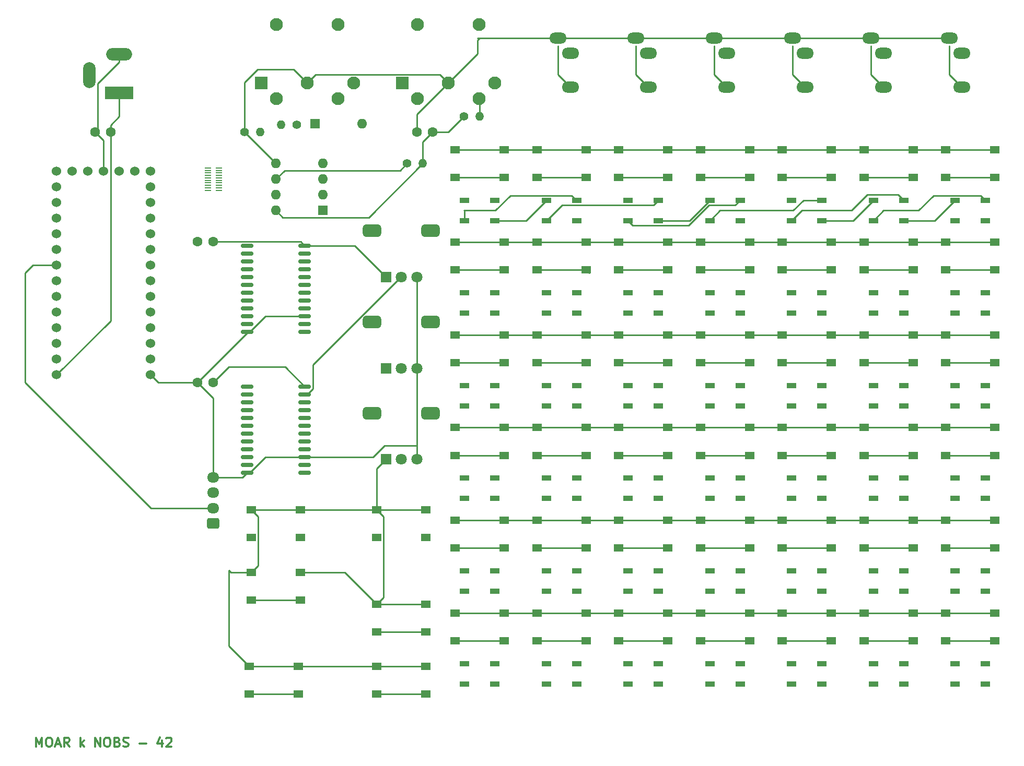
<source format=gbr>
%TF.GenerationSoftware,KiCad,Pcbnew,(6.0.11-0)*%
%TF.CreationDate,2025-03-26T21:45:13-05:00*%
%TF.ProjectId,btnBRD,62746e42-5244-42e6-9b69-6361645f7063,rev?*%
%TF.SameCoordinates,Original*%
%TF.FileFunction,Copper,L1,Top*%
%TF.FilePolarity,Positive*%
%FSLAX46Y46*%
G04 Gerber Fmt 4.6, Leading zero omitted, Abs format (unit mm)*
G04 Created by KiCad (PCBNEW (6.0.11-0)) date 2025-03-26 21:45:13*
%MOMM*%
%LPD*%
G01*
G04 APERTURE LIST*
G04 Aperture macros list*
%AMRoundRect*
0 Rectangle with rounded corners*
0 $1 Rounding radius*
0 $2 $3 $4 $5 $6 $7 $8 $9 X,Y pos of 4 corners*
0 Add a 4 corners polygon primitive as box body*
4,1,4,$2,$3,$4,$5,$6,$7,$8,$9,$2,$3,0*
0 Add four circle primitives for the rounded corners*
1,1,$1+$1,$2,$3*
1,1,$1+$1,$4,$5*
1,1,$1+$1,$6,$7*
1,1,$1+$1,$8,$9*
0 Add four rect primitives between the rounded corners*
20,1,$1+$1,$2,$3,$4,$5,0*
20,1,$1+$1,$4,$5,$6,$7,0*
20,1,$1+$1,$6,$7,$8,$9,0*
20,1,$1+$1,$8,$9,$2,$3,0*%
G04 Aperture macros list end*
%ADD10C,0.300000*%
%TA.AperFunction,NonConductor*%
%ADD11C,0.300000*%
%TD*%
%TA.AperFunction,ComponentPad*%
%ADD12R,4.600000X2.000000*%
%TD*%
%TA.AperFunction,ComponentPad*%
%ADD13O,4.200000X2.000000*%
%TD*%
%TA.AperFunction,ComponentPad*%
%ADD14O,2.000000X4.200000*%
%TD*%
%TA.AperFunction,SMDPad,CuDef*%
%ADD15R,1.550000X1.300000*%
%TD*%
%TA.AperFunction,SMDPad,CuDef*%
%ADD16R,1.500000X0.900000*%
%TD*%
%TA.AperFunction,ComponentPad*%
%ADD17O,2.800000X1.800000*%
%TD*%
%TA.AperFunction,ComponentPad*%
%ADD18C,1.600000*%
%TD*%
%TA.AperFunction,ComponentPad*%
%ADD19C,1.530000*%
%TD*%
%TA.AperFunction,ComponentPad*%
%ADD20RoundRect,0.500000X1.000000X-0.500000X1.000000X0.500000X-1.000000X0.500000X-1.000000X-0.500000X0*%
%TD*%
%TA.AperFunction,ComponentPad*%
%ADD21C,1.800000*%
%TD*%
%TA.AperFunction,ComponentPad*%
%ADD22R,1.800000X1.800000*%
%TD*%
%TA.AperFunction,SMDPad,CuDef*%
%ADD23RoundRect,0.150000X-0.875000X-0.150000X0.875000X-0.150000X0.875000X0.150000X-0.875000X0.150000X0*%
%TD*%
%TA.AperFunction,ComponentPad*%
%ADD24O,1.400000X1.400000*%
%TD*%
%TA.AperFunction,ComponentPad*%
%ADD25C,1.400000*%
%TD*%
%TA.AperFunction,ComponentPad*%
%ADD26O,1.600000X1.600000*%
%TD*%
%TA.AperFunction,ComponentPad*%
%ADD27R,1.600000X1.600000*%
%TD*%
%TA.AperFunction,SMDPad,CuDef*%
%ADD28R,1.000000X0.200000*%
%TD*%
%TA.AperFunction,SMDPad,CuDef*%
%ADD29R,1.100000X0.200000*%
%TD*%
%TA.AperFunction,ComponentPad*%
%ADD30C,2.100000*%
%TD*%
%TA.AperFunction,ComponentPad*%
%ADD31R,2.100000X2.100000*%
%TD*%
%TA.AperFunction,ComponentPad*%
%ADD32O,1.950000X1.700000*%
%TD*%
%TA.AperFunction,ComponentPad*%
%ADD33RoundRect,0.250000X0.725000X-0.600000X0.725000X0.600000X-0.725000X0.600000X-0.725000X-0.600000X0*%
%TD*%
%TA.AperFunction,Conductor*%
%ADD34C,0.250000*%
%TD*%
G04 APERTURE END LIST*
D10*
D11*
X22055714Y-137838571D02*
X22055714Y-136338571D01*
X22555714Y-137410000D01*
X23055714Y-136338571D01*
X23055714Y-137838571D01*
X24055714Y-136338571D02*
X24341428Y-136338571D01*
X24484285Y-136410000D01*
X24627142Y-136552857D01*
X24698571Y-136838571D01*
X24698571Y-137338571D01*
X24627142Y-137624285D01*
X24484285Y-137767142D01*
X24341428Y-137838571D01*
X24055714Y-137838571D01*
X23912857Y-137767142D01*
X23770000Y-137624285D01*
X23698571Y-137338571D01*
X23698571Y-136838571D01*
X23770000Y-136552857D01*
X23912857Y-136410000D01*
X24055714Y-136338571D01*
X25270000Y-137410000D02*
X25984285Y-137410000D01*
X25127142Y-137838571D02*
X25627142Y-136338571D01*
X26127142Y-137838571D01*
X27484285Y-137838571D02*
X26984285Y-137124285D01*
X26627142Y-137838571D02*
X26627142Y-136338571D01*
X27198571Y-136338571D01*
X27341428Y-136410000D01*
X27412857Y-136481428D01*
X27484285Y-136624285D01*
X27484285Y-136838571D01*
X27412857Y-136981428D01*
X27341428Y-137052857D01*
X27198571Y-137124285D01*
X26627142Y-137124285D01*
X29270000Y-137838571D02*
X29270000Y-136338571D01*
X29412857Y-137267142D02*
X29841428Y-137838571D01*
X29841428Y-136838571D02*
X29270000Y-137410000D01*
X31627142Y-137838571D02*
X31627142Y-136338571D01*
X32484285Y-137838571D01*
X32484285Y-136338571D01*
X33484285Y-136338571D02*
X33770000Y-136338571D01*
X33912857Y-136410000D01*
X34055714Y-136552857D01*
X34127142Y-136838571D01*
X34127142Y-137338571D01*
X34055714Y-137624285D01*
X33912857Y-137767142D01*
X33770000Y-137838571D01*
X33484285Y-137838571D01*
X33341428Y-137767142D01*
X33198571Y-137624285D01*
X33127142Y-137338571D01*
X33127142Y-136838571D01*
X33198571Y-136552857D01*
X33341428Y-136410000D01*
X33484285Y-136338571D01*
X35270000Y-137052857D02*
X35484285Y-137124285D01*
X35555714Y-137195714D01*
X35627142Y-137338571D01*
X35627142Y-137552857D01*
X35555714Y-137695714D01*
X35484285Y-137767142D01*
X35341428Y-137838571D01*
X34770000Y-137838571D01*
X34770000Y-136338571D01*
X35270000Y-136338571D01*
X35412857Y-136410000D01*
X35484285Y-136481428D01*
X35555714Y-136624285D01*
X35555714Y-136767142D01*
X35484285Y-136910000D01*
X35412857Y-136981428D01*
X35270000Y-137052857D01*
X34770000Y-137052857D01*
X36198571Y-137767142D02*
X36412857Y-137838571D01*
X36770000Y-137838571D01*
X36912857Y-137767142D01*
X36984285Y-137695714D01*
X37055714Y-137552857D01*
X37055714Y-137410000D01*
X36984285Y-137267142D01*
X36912857Y-137195714D01*
X36770000Y-137124285D01*
X36484285Y-137052857D01*
X36341428Y-136981428D01*
X36270000Y-136910000D01*
X36198571Y-136767142D01*
X36198571Y-136624285D01*
X36270000Y-136481428D01*
X36341428Y-136410000D01*
X36484285Y-136338571D01*
X36841428Y-136338571D01*
X37055714Y-136410000D01*
X38841428Y-137267142D02*
X39984285Y-137267142D01*
X42484285Y-136838571D02*
X42484285Y-137838571D01*
X42127142Y-136267142D02*
X41770000Y-137338571D01*
X42698571Y-137338571D01*
X43198571Y-136481428D02*
X43270000Y-136410000D01*
X43412857Y-136338571D01*
X43770000Y-136338571D01*
X43912857Y-136410000D01*
X43984285Y-136481428D01*
X44055714Y-136624285D01*
X44055714Y-136767142D01*
X43984285Y-136981428D01*
X43127142Y-137838571D01*
X44055714Y-137838571D01*
D12*
%TO.P,J1,1*%
%TO.N,5VDC*%
X35560000Y-31750000D03*
D13*
%TO.P,J1,2*%
%TO.N,GND*%
X35560000Y-25450000D03*
D14*
%TO.P,J1,3*%
%TO.N,N/C*%
X30760000Y-28850000D03*
%TD*%
D15*
%TO.P,SW17,2,2*%
%TO.N,col3*%
X116500000Y-71000000D03*
X124460000Y-71000000D03*
%TO.P,SW17,1,1*%
%TO.N,row3*%
X124460000Y-75500000D03*
X116500000Y-75500000D03*
%TD*%
D16*
%TO.P,D8,4,DIN*%
%TO.N,Net-(D7-Pad2)*%
X96430000Y-64185000D03*
%TO.P,D8,3,VSS*%
%TO.N,Net-(D5-Pad1)*%
X96430000Y-67485000D03*
%TO.P,D8,2,DOUT*%
%TO.N,Net-(D8-Pad2)*%
X91530000Y-67485000D03*
%TO.P,D8,1,VDD*%
%TO.N,Net-(D17-Pad3)*%
X91530000Y-64185000D03*
%TD*%
D17*
%TO.P,J5,T*%
%TO.N,E2*%
X121280000Y-25260000D03*
%TO.P,J5,S*%
%TO.N,GND*%
X119280000Y-22860000D03*
%TO.P,J5,R*%
%TO.N,N/C*%
X121280000Y-30760000D03*
%TD*%
D15*
%TO.P,SW16,2,2*%
%TO.N,col3*%
X103250000Y-71000000D03*
X111210000Y-71000000D03*
%TO.P,SW16,1,1*%
%TO.N,row2*%
X103250000Y-75500000D03*
X111210000Y-75500000D03*
%TD*%
D16*
%TO.P,D10,4,DIN*%
%TO.N,Net-(D10-Pad4)*%
X122930000Y-64185000D03*
%TO.P,D10,3,VSS*%
%TO.N,Net-(D10-Pad3)*%
X122930000Y-67485000D03*
%TO.P,D10,2,DOUT*%
%TO.N,Net-(D10-Pad2)*%
X118030000Y-67485000D03*
%TO.P,D10,1,VDD*%
%TO.N,Net-(D10-Pad1)*%
X118030000Y-64185000D03*
%TD*%
D15*
%TO.P,SW22,2,2*%
%TO.N,col4*%
X90000000Y-86035000D03*
X97960000Y-86035000D03*
%TO.P,SW22,1,1*%
%TO.N,row1*%
X97960000Y-90535000D03*
X90000000Y-90535000D03*
%TD*%
D18*
%TO.P,C2,2*%
%TO.N,5VDC*%
X86320000Y-38100000D03*
%TO.P,C2,1*%
%TO.N,GND*%
X83820000Y-38100000D03*
%TD*%
%TO.P,C3,2*%
%TO.N,3VDC*%
X50760000Y-55880000D03*
%TO.P,C3,1*%
%TO.N,GND*%
X48260000Y-55880000D03*
%TD*%
D15*
%TO.P,SW24,2,2*%
%TO.N,col4*%
X116500000Y-86035000D03*
X124460000Y-86035000D03*
%TO.P,SW24,1,1*%
%TO.N,row3*%
X124460000Y-90535000D03*
X116500000Y-90535000D03*
%TD*%
D17*
%TO.P,J9,T*%
%TO.N,E6*%
X172080000Y-25260000D03*
%TO.P,J9,S*%
%TO.N,GND*%
X170080000Y-22860000D03*
%TO.P,J9,R*%
%TO.N,N/C*%
X172080000Y-30760000D03*
%TD*%
D16*
%TO.P,D11,4,DIN*%
%TO.N,Net-(D10-Pad2)*%
X136180000Y-64185000D03*
%TO.P,D11,3,VSS*%
%TO.N,Net-(D11-Pad3)*%
X136180000Y-67485000D03*
%TO.P,D11,2,DOUT*%
%TO.N,Net-(D11-Pad2)*%
X131280000Y-67485000D03*
%TO.P,D11,1,VDD*%
%TO.N,Net-(D11-Pad1)*%
X131280000Y-64185000D03*
%TD*%
D15*
%TO.P,SW42,2,2*%
%TO.N,col6*%
X177460000Y-116105000D03*
X169500000Y-116105000D03*
%TO.P,SW42,1,1*%
%TO.N,row7*%
X177460000Y-120605000D03*
X169500000Y-120605000D03*
%TD*%
D17*
%TO.P,J4,T*%
%TO.N,E1*%
X108680000Y-25260000D03*
%TO.P,J4,S*%
%TO.N,GND*%
X106680000Y-22860000D03*
%TO.P,J4,R*%
%TO.N,N/C*%
X108680000Y-30760000D03*
%TD*%
D15*
%TO.P,SW34,2,2*%
%TO.N,col5*%
X156250000Y-101070000D03*
X164210000Y-101070000D03*
%TO.P,SW34,1,1*%
%TO.N,row6*%
X164210000Y-105570000D03*
X156250000Y-105570000D03*
%TD*%
D16*
%TO.P,D37,4,DIN*%
%TO.N,Net-(D36-Pad2)*%
X109680000Y-124325000D03*
%TO.P,D37,3,VSS*%
%TO.N,Net-(D36-Pad1)*%
X109680000Y-127625000D03*
%TO.P,D37,2,DOUT*%
%TO.N,Net-(D37-Pad2)*%
X104780000Y-127625000D03*
%TO.P,D37,1,VDD*%
%TO.N,5VDC*%
X104780000Y-124325000D03*
%TD*%
D17*
%TO.P,J6,T*%
%TO.N,E3*%
X133980000Y-25260000D03*
%TO.P,J6,S*%
%TO.N,GND*%
X131980000Y-22860000D03*
%TO.P,J6,R*%
%TO.N,N/C*%
X133980000Y-30760000D03*
%TD*%
D15*
%TO.P,SW35,2,2*%
%TO.N,col5*%
X169500000Y-101070000D03*
X177460000Y-101070000D03*
%TO.P,SW35,1,1*%
%TO.N,row7*%
X169500000Y-105570000D03*
X177460000Y-105570000D03*
%TD*%
D18*
%TO.P,C4,2*%
%TO.N,3VDC*%
X50760000Y-78740000D03*
%TO.P,C4,1*%
%TO.N,GND*%
X48260000Y-78740000D03*
%TD*%
D16*
%TO.P,D40,4,DIN*%
%TO.N,Net-(D39-Pad2)*%
X149430000Y-124325000D03*
%TO.P,D40,3,VSS*%
%TO.N,Net-(D40-Pad3)*%
X149430000Y-127625000D03*
%TO.P,D40,2,DOUT*%
%TO.N,Net-(D40-Pad2)*%
X144530000Y-127625000D03*
%TO.P,D40,1,VDD*%
%TO.N,Net-(D33-Pad3)*%
X144530000Y-124325000D03*
%TD*%
D19*
%TO.P,U1,VIN,VIN*%
%TO.N,5VDC*%
X25400000Y-77470000D03*
%TO.P,U1,VBAT,VBAT*%
%TO.N,unconnected-(U1-PadVBAT)*%
X38100000Y-44450000D03*
%TO.P,U1,PGM,PROGRAM*%
%TO.N,unconnected-(U1-PadPGM)*%
X30480000Y-44450000D03*
%TO.P,U1,ON-OFF,ON/OFF*%
%TO.N,unconnected-(U1-PadON-OFF)*%
X27940000Y-44450000D03*
%TO.P,U1,G3,G3*%
%TO.N,GND*%
X25400000Y-74930000D03*
%TO.P,U1,G2,G2*%
X33020000Y-44450000D03*
%TO.P,U1,G1,G1*%
X40640000Y-77470000D03*
%TO.P,U1,23,23*%
%TO.N,MRC*%
X25400000Y-69850000D03*
%TO.P,U1,22,22*%
%TO.N,MRR*%
X25400000Y-67310000D03*
%TO.P,U1,21,21*%
%TO.N,E6*%
X25400000Y-64770000D03*
%TO.P,U1,20,20*%
%TO.N,E5*%
X25400000Y-62230000D03*
%TO.P,U1,19,19*%
%TO.N,SCL*%
X25400000Y-59690000D03*
%TO.P,U1,18,18*%
%TO.N,SDA*%
X25400000Y-57150000D03*
%TO.P,U1,17,17*%
%TO.N,E4*%
X25400000Y-54610000D03*
%TO.P,U1,16,16*%
%TO.N,E3*%
X25400000Y-52070000D03*
%TO.P,U1,15,15*%
%TO.N,E2*%
X25400000Y-49530000D03*
%TO.P,U1,14,14*%
%TO.N,E1*%
X25400000Y-46990000D03*
%TO.P,U1,13,13*%
%TO.N,unconnected-(U1-Pad13)*%
X25400000Y-44450000D03*
%TO.P,U1,12,12*%
%TO.N,unconnected-(U1-Pad12)*%
X40640000Y-44450000D03*
%TO.P,U1,11,11*%
%TO.N,MuxC4*%
X40640000Y-46990000D03*
%TO.P,U1,10,10*%
%TO.N,MuxC3*%
X40640000Y-49530000D03*
%TO.P,U1,9,9*%
%TO.N,MuxC2*%
X40640000Y-52070000D03*
%TO.P,U1,8,8*%
%TO.N,MuxC1*%
X40640000Y-54610000D03*
%TO.P,U1,7,7*%
%TO.N,unconnected-(U1-Pad7)*%
X40640000Y-57150000D03*
%TO.P,U1,6,6*%
%TO.N,LED*%
X40640000Y-59690000D03*
%TO.P,U1,5,5*%
%TO.N,MuxR4*%
X40640000Y-62230000D03*
%TO.P,U1,4,4*%
%TO.N,MuxR3*%
X40640000Y-64770000D03*
%TO.P,U1,3.3V_2,3.3V_2*%
%TO.N,3VDC*%
X25400000Y-72390000D03*
%TO.P,U1,3.3V_1,3.3V_1*%
X35560000Y-44450000D03*
%TO.P,U1,3,3*%
%TO.N,MuxR2*%
X40640000Y-67310000D03*
%TO.P,U1,2,2*%
%TO.N,MuxR1*%
X40640000Y-69850000D03*
%TO.P,U1,1,1*%
%TO.N,MIDIo3*%
X40640000Y-72390000D03*
%TO.P,U1,0,0*%
%TO.N,MIDIi3*%
X40640000Y-74930000D03*
%TD*%
D20*
%TO.P,RV1,MP*%
%TO.N,N/C*%
X86030000Y-83705000D03*
X76530000Y-83705000D03*
D21*
%TO.P,RV1,3,3*%
%TO.N,GND*%
X83780000Y-91205000D03*
%TO.P,RV1,2,2*%
%TO.N,fp1*%
X81280000Y-91205000D03*
D22*
%TO.P,RV1,1,1*%
%TO.N,3VDC*%
X78780000Y-91205000D03*
%TD*%
D20*
%TO.P,RV2,MP*%
%TO.N,N/C*%
X86030000Y-68905000D03*
X76530000Y-68905000D03*
D21*
%TO.P,RV2,3,3*%
%TO.N,GND*%
X83780000Y-76405000D03*
%TO.P,RV2,2,2*%
%TO.N,fp2*%
X81280000Y-76405000D03*
D22*
%TO.P,RV2,1,1*%
%TO.N,3VDC*%
X78780000Y-76405000D03*
%TD*%
D16*
%TO.P,D3,4,DIN*%
%TO.N,Net-(D2-Pad2)*%
X122930000Y-49150000D03*
%TO.P,D3,3,VSS*%
%TO.N,Net-(D3-Pad3)*%
X122930000Y-52450000D03*
%TO.P,D3,2,DOUT*%
%TO.N,Net-(D3-Pad2)*%
X118030000Y-52450000D03*
%TO.P,D3,1,VDD*%
%TO.N,Net-(D10-Pad3)*%
X118030000Y-49150000D03*
%TD*%
%TO.P,D28,4,DIN*%
%TO.N,Net-(D27-Pad2)*%
X175930000Y-94255000D03*
%TO.P,D28,3,VSS*%
%TO.N,Net-(D28-Pad3)*%
X175930000Y-97555000D03*
%TO.P,D28,2,DOUT*%
%TO.N,Net-(D28-Pad2)*%
X171030000Y-97555000D03*
%TO.P,D28,1,VDD*%
%TO.N,Net-(D21-Pad3)*%
X171030000Y-94255000D03*
%TD*%
D15*
%TO.P,SW21,2,2*%
%TO.N,col3*%
X177460000Y-71000000D03*
X169500000Y-71000000D03*
%TO.P,SW21,1,1*%
%TO.N,row7*%
X177460000Y-75500000D03*
X169500000Y-75500000D03*
%TD*%
%TO.P,SW10,2,2*%
%TO.N,col2*%
X116500000Y-55965000D03*
X124460000Y-55965000D03*
%TO.P,SW10,1,1*%
%TO.N,row3*%
X124460000Y-60465000D03*
X116500000Y-60465000D03*
%TD*%
%TO.P,SW47,2,2*%
%TO.N,3VDC*%
X85260000Y-114696129D03*
X77300000Y-114696129D03*
%TO.P,SW47,1,1*%
%TO.N,Ctrl5*%
X77300000Y-119196129D03*
X85260000Y-119196129D03*
%TD*%
%TO.P,SW33,2,2*%
%TO.N,col5*%
X150960000Y-101070000D03*
X143000000Y-101070000D03*
%TO.P,SW33,1,1*%
%TO.N,row5*%
X150960000Y-105570000D03*
X143000000Y-105570000D03*
%TD*%
D16*
%TO.P,D4,4,DIN*%
%TO.N,Net-(D3-Pad2)*%
X136180000Y-49150000D03*
%TO.P,D4,3,VSS*%
%TO.N,Net-(D4-Pad3)*%
X136180000Y-52450000D03*
%TO.P,D4,2,DOUT*%
%TO.N,Net-(D4-Pad2)*%
X131280000Y-52450000D03*
%TO.P,D4,1,VDD*%
%TO.N,Net-(D3-Pad3)*%
X131280000Y-49150000D03*
%TD*%
%TO.P,D19,4,DIN*%
%TO.N,Net-(D18-Pad2)*%
X149430000Y-79220000D03*
%TO.P,D19,3,VSS*%
%TO.N,Net-(D19-Pad3)*%
X149430000Y-82520000D03*
%TO.P,D19,2,DOUT*%
%TO.N,Net-(D19-Pad2)*%
X144530000Y-82520000D03*
%TO.P,D19,1,VDD*%
%TO.N,Net-(D18-Pad3)*%
X144530000Y-79220000D03*
%TD*%
D15*
%TO.P,SW40,2,2*%
%TO.N,col6*%
X143000000Y-116105000D03*
X150960000Y-116105000D03*
%TO.P,SW40,1,1*%
%TO.N,row5*%
X150960000Y-120605000D03*
X143000000Y-120605000D03*
%TD*%
D16*
%TO.P,D29,4,DIN*%
%TO.N,Net-(D28-Pad2)*%
X96430000Y-109290000D03*
%TO.P,D29,3,VSS*%
%TO.N,Net-(D20-Pad1)*%
X96430000Y-112590000D03*
%TO.P,D29,2,DOUT*%
%TO.N,Net-(D29-Pad2)*%
X91530000Y-112590000D03*
%TO.P,D29,1,VDD*%
%TO.N,Net-(D29-Pad1)*%
X91530000Y-109290000D03*
%TD*%
D17*
%TO.P,J8,T*%
%TO.N,E5*%
X159380000Y-25260000D03*
%TO.P,J8,S*%
%TO.N,GND*%
X157380000Y-22860000D03*
%TO.P,J8,R*%
%TO.N,N/C*%
X159380000Y-30760000D03*
%TD*%
D15*
%TO.P,SW4,2,2*%
%TO.N,col1*%
X137710000Y-40930000D03*
X129750000Y-40930000D03*
%TO.P,SW4,1,1*%
%TO.N,row4*%
X137710000Y-45430000D03*
X129750000Y-45430000D03*
%TD*%
D17*
%TO.P,J7,T*%
%TO.N,E4*%
X146680000Y-25260000D03*
%TO.P,J7,S*%
%TO.N,GND*%
X144680000Y-22860000D03*
%TO.P,J7,R*%
%TO.N,N/C*%
X146680000Y-30760000D03*
%TD*%
D15*
%TO.P,SW19,2,2*%
%TO.N,col3*%
X143000000Y-71000000D03*
X150960000Y-71000000D03*
%TO.P,SW19,1,1*%
%TO.N,row5*%
X143000000Y-75500000D03*
X150960000Y-75500000D03*
%TD*%
D23*
%TO.P,U2,24,VCC*%
%TO.N,3VDC*%
X65610000Y-56515000D03*
%TO.P,U2,23,I8*%
%TO.N,col2*%
X65610000Y-57785000D03*
%TO.P,U2,22,I9*%
%TO.N,col3*%
X65610000Y-59055000D03*
%TO.P,U2,21,I10*%
%TO.N,col4*%
X65610000Y-60325000D03*
%TO.P,U2,20,I11*%
%TO.N,col5*%
X65610000Y-61595000D03*
%TO.P,U2,19,I12*%
%TO.N,col6*%
X65610000Y-62865000D03*
%TO.P,U2,18,I13*%
%TO.N,unconnected-(U2-Pad18)*%
X65610000Y-64135000D03*
%TO.P,U2,17,I14*%
%TO.N,unconnected-(U2-Pad17)*%
X65610000Y-65405000D03*
%TO.P,U2,16,I15*%
%TO.N,unconnected-(U2-Pad16)*%
X65610000Y-66675000D03*
%TO.P,U2,15,~{E}*%
%TO.N,GND*%
X65610000Y-67945000D03*
%TO.P,U2,14,S2*%
%TO.N,MuxR3*%
X65610000Y-69215000D03*
%TO.P,U2,13,S3*%
%TO.N,MuxR4*%
X65610000Y-70485000D03*
%TO.P,U2,12,GND*%
%TO.N,GND*%
X56310000Y-70485000D03*
%TO.P,U2,11,S1*%
%TO.N,MuxR2*%
X56310000Y-69215000D03*
%TO.P,U2,10,S0*%
%TO.N,MuxR1*%
X56310000Y-67945000D03*
%TO.P,U2,9,I0*%
%TO.N,row1*%
X56310000Y-66675000D03*
%TO.P,U2,8,I1*%
%TO.N,row2*%
X56310000Y-65405000D03*
%TO.P,U2,7,I2*%
%TO.N,row3*%
X56310000Y-64135000D03*
%TO.P,U2,6,I3*%
%TO.N,row4*%
X56310000Y-62865000D03*
%TO.P,U2,5,I4*%
%TO.N,row5*%
X56310000Y-61595000D03*
%TO.P,U2,4,I5*%
%TO.N,row6*%
X56310000Y-60325000D03*
%TO.P,U2,3,I6*%
%TO.N,row7*%
X56310000Y-59055000D03*
%TO.P,U2,2,I7*%
%TO.N,col1*%
X56310000Y-57785000D03*
%TO.P,U2,1,COM*%
%TO.N,MRR*%
X56310000Y-56515000D03*
%TD*%
D16*
%TO.P,D17,4,DIN*%
%TO.N,Net-(D16-Pad2)*%
X122930000Y-79220000D03*
%TO.P,D17,3,VSS*%
%TO.N,Net-(D17-Pad3)*%
X122930000Y-82520000D03*
%TO.P,D17,2,DOUT*%
%TO.N,Net-(D17-Pad2)*%
X118030000Y-82520000D03*
%TO.P,D17,1,VDD*%
%TO.N,Net-(D17-Pad1)*%
X118030000Y-79220000D03*
%TD*%
D15*
%TO.P,SW2,2,2*%
%TO.N,col1*%
X111210000Y-40930000D03*
X103250000Y-40930000D03*
%TO.P,SW2,1,1*%
%TO.N,row2*%
X103250000Y-45430000D03*
X111210000Y-45430000D03*
%TD*%
%TO.P,SW28,2,2*%
%TO.N,col4*%
X169500000Y-86035000D03*
X177460000Y-86035000D03*
%TO.P,SW28,1,1*%
%TO.N,row7*%
X169500000Y-90535000D03*
X177460000Y-90535000D03*
%TD*%
%TO.P,SW1,2,2*%
%TO.N,col1*%
X97960000Y-40930000D03*
X90000000Y-40930000D03*
%TO.P,SW1,1,1*%
%TO.N,row1*%
X90000000Y-45430000D03*
X97960000Y-45430000D03*
%TD*%
%TO.P,SW38,2,2*%
%TO.N,col6*%
X124460000Y-116105000D03*
X116500000Y-116105000D03*
%TO.P,SW38,1,1*%
%TO.N,row3*%
X116500000Y-120605000D03*
X124460000Y-120605000D03*
%TD*%
%TO.P,SW27,2,2*%
%TO.N,col4*%
X156250000Y-86035000D03*
X164210000Y-86035000D03*
%TO.P,SW27,1,1*%
%TO.N,row6*%
X156250000Y-90535000D03*
X164210000Y-90535000D03*
%TD*%
D24*
%TO.P,R3,2*%
%TO.N,Net-(J2-Pad4)*%
X61760000Y-36900000D03*
D25*
%TO.P,R3,1*%
%TO.N,Net-(D43-Pad1)*%
X64300000Y-36900000D03*
%TD*%
D15*
%TO.P,SW41,2,2*%
%TO.N,col6*%
X156250000Y-116105000D03*
X164210000Y-116105000D03*
%TO.P,SW41,1,1*%
%TO.N,row6*%
X156250000Y-120605000D03*
X164210000Y-120605000D03*
%TD*%
%TO.P,SW9,2,2*%
%TO.N,col2*%
X103250000Y-55965000D03*
X111210000Y-55965000D03*
%TO.P,SW9,1,1*%
%TO.N,row2*%
X103250000Y-60465000D03*
X111210000Y-60465000D03*
%TD*%
D16*
%TO.P,D15,4,DIN*%
%TO.N,Net-(D14-Pad2)*%
X96430000Y-79220000D03*
%TO.P,D15,3,VSS*%
%TO.N,Net-(D10-Pad1)*%
X96430000Y-82520000D03*
%TO.P,D15,2,DOUT*%
%TO.N,Net-(D15-Pad2)*%
X91530000Y-82520000D03*
%TO.P,D15,1,VDD*%
%TO.N,Net-(D15-Pad1)*%
X91530000Y-79220000D03*
%TD*%
D15*
%TO.P,SW20,2,2*%
%TO.N,col3*%
X164210000Y-71000000D03*
X156250000Y-71000000D03*
%TO.P,SW20,1,1*%
%TO.N,row6*%
X164210000Y-75500000D03*
X156250000Y-75500000D03*
%TD*%
D16*
%TO.P,D42,4,DIN*%
%TO.N,Net-(D41-Pad2)*%
X175930000Y-124325000D03*
%TO.P,D42,3,VSS*%
%TO.N,GND*%
X175930000Y-127625000D03*
%TO.P,D42,2,DOUT*%
%TO.N,unconnected-(D42-Pad2)*%
X171030000Y-127625000D03*
%TO.P,D42,1,VDD*%
%TO.N,Net-(D31-Pad3)*%
X171030000Y-124325000D03*
%TD*%
%TO.P,D1,4,DIN*%
%TO.N,LEDcntrl*%
X96430000Y-49150000D03*
%TO.P,D1,3,VSS*%
%TO.N,Net-(D1-Pad3)*%
X96430000Y-52450000D03*
%TO.P,D1,2,DOUT*%
%TO.N,Net-(D1-Pad2)*%
X91530000Y-52450000D03*
%TO.P,D1,1,VDD*%
%TO.N,Net-(D1-Pad1)*%
X91530000Y-49150000D03*
%TD*%
%TO.P,D16,4,DIN*%
%TO.N,Net-(D15-Pad2)*%
X109680000Y-79220000D03*
%TO.P,D16,3,VSS*%
%TO.N,Net-(D16-Pad3)*%
X109680000Y-82520000D03*
%TO.P,D16,2,DOUT*%
%TO.N,Net-(D16-Pad2)*%
X104780000Y-82520000D03*
%TO.P,D16,1,VDD*%
%TO.N,Net-(D16-Pad1)*%
X104780000Y-79220000D03*
%TD*%
%TO.P,D20,4,DIN*%
%TO.N,Net-(D19-Pad2)*%
X162680000Y-79220000D03*
%TO.P,D20,3,VSS*%
%TO.N,Net-(D17-Pad1)*%
X162680000Y-82520000D03*
%TO.P,D20,2,DOUT*%
%TO.N,Net-(D20-Pad2)*%
X157780000Y-82520000D03*
%TO.P,D20,1,VDD*%
%TO.N,Net-(D20-Pad1)*%
X157780000Y-79220000D03*
%TD*%
D15*
%TO.P,SW30,2,2*%
%TO.N,col5*%
X103250000Y-101070000D03*
X111210000Y-101070000D03*
%TO.P,SW30,1,1*%
%TO.N,row2*%
X103250000Y-105570000D03*
X111210000Y-105570000D03*
%TD*%
%TO.P,SW29,2,2*%
%TO.N,col5*%
X90000000Y-101070000D03*
X97960000Y-101070000D03*
%TO.P,SW29,1,1*%
%TO.N,row1*%
X97960000Y-105570000D03*
X90000000Y-105570000D03*
%TD*%
%TO.P,SW6,2,2*%
%TO.N,col1*%
X156250000Y-40930000D03*
X164210000Y-40930000D03*
%TO.P,SW6,1,1*%
%TO.N,row6*%
X156250000Y-45430000D03*
X164210000Y-45430000D03*
%TD*%
%TO.P,SW26,2,2*%
%TO.N,col4*%
X143000000Y-86035000D03*
X150960000Y-86035000D03*
%TO.P,SW26,1,1*%
%TO.N,row5*%
X143000000Y-90535000D03*
X150960000Y-90535000D03*
%TD*%
D16*
%TO.P,D23,4,DIN*%
%TO.N,Net-(D22-Pad2)*%
X109680000Y-94255000D03*
%TO.P,D23,3,VSS*%
%TO.N,Net-(D23-Pad3)*%
X109680000Y-97555000D03*
%TO.P,D23,2,DOUT*%
%TO.N,Net-(D23-Pad2)*%
X104780000Y-97555000D03*
%TO.P,D23,1,VDD*%
%TO.N,Net-(D14-Pad3)*%
X104780000Y-94255000D03*
%TD*%
D15*
%TO.P,SW11,2,2*%
%TO.N,col2*%
X129750000Y-55965000D03*
X137710000Y-55965000D03*
%TO.P,SW11,1,1*%
%TO.N,row4*%
X129750000Y-60465000D03*
X137710000Y-60465000D03*
%TD*%
%TO.P,SW48,2,2*%
%TO.N,3VDC*%
X85260000Y-99350000D03*
X77300000Y-99350000D03*
%TO.P,SW48,1,1*%
%TO.N,Ctrl6*%
X85260000Y-103850000D03*
X77300000Y-103850000D03*
%TD*%
D16*
%TO.P,D2,4,DIN*%
%TO.N,Net-(D1-Pad2)*%
X109680000Y-49150000D03*
%TO.P,D2,3,VSS*%
%TO.N,Net-(D11-Pad1)*%
X109680000Y-52450000D03*
%TO.P,D2,2,DOUT*%
%TO.N,Net-(D2-Pad2)*%
X104780000Y-52450000D03*
%TO.P,D2,1,VDD*%
%TO.N,Net-(D1-Pad3)*%
X104780000Y-49150000D03*
%TD*%
D15*
%TO.P,SW43,2,2*%
%TO.N,3VDC*%
X64940000Y-99350000D03*
X56980000Y-99350000D03*
%TO.P,SW43,1,1*%
%TO.N,Ctrl1*%
X64940000Y-103850000D03*
X56980000Y-103850000D03*
%TD*%
D16*
%TO.P,D27,4,DIN*%
%TO.N,Net-(D26-Pad2)*%
X162680000Y-94255000D03*
%TO.P,D27,3,VSS*%
%TO.N,Net-(D22-Pad1)*%
X162680000Y-97555000D03*
%TO.P,D27,2,DOUT*%
%TO.N,Net-(D27-Pad2)*%
X157780000Y-97555000D03*
%TO.P,D27,1,VDD*%
%TO.N,Net-(D27-Pad1)*%
X157780000Y-94255000D03*
%TD*%
D20*
%TO.P,RV3,MP*%
%TO.N,N/C*%
X86030000Y-54105000D03*
X76530000Y-54105000D03*
D21*
%TO.P,RV3,3,3*%
%TO.N,GND*%
X83780000Y-61605000D03*
%TO.P,RV3,2,2*%
%TO.N,main*%
X81280000Y-61605000D03*
D22*
%TO.P,RV3,1,1*%
%TO.N,3VDC*%
X78780000Y-61605000D03*
%TD*%
D24*
%TO.P,R1,2*%
%TO.N,5VDC*%
X84760000Y-43180000D03*
D25*
%TO.P,R1,1*%
%TO.N,MIDI_IN*%
X82220000Y-43180000D03*
%TD*%
D24*
%TO.P,R4,2*%
%TO.N,Net-(J3-Pad5)*%
X93980000Y-35560000D03*
D25*
%TO.P,R4,1*%
%TO.N,5VDC*%
X91440000Y-35560000D03*
%TD*%
D15*
%TO.P,SW3,2,2*%
%TO.N,col1*%
X124460000Y-40930000D03*
X116500000Y-40930000D03*
%TO.P,SW3,1,1*%
%TO.N,row3*%
X116500000Y-45430000D03*
X124460000Y-45430000D03*
%TD*%
%TO.P,SW23,2,2*%
%TO.N,col4*%
X111210000Y-86035000D03*
X103250000Y-86035000D03*
%TO.P,SW23,1,1*%
%TO.N,row2*%
X111210000Y-90535000D03*
X103250000Y-90535000D03*
%TD*%
D16*
%TO.P,D39,4,DIN*%
%TO.N,Net-(D38-Pad2)*%
X136180000Y-124325000D03*
%TO.P,D39,3,VSS*%
%TO.N,Net-(D34-Pad1)*%
X136180000Y-127625000D03*
%TO.P,D39,2,DOUT*%
%TO.N,Net-(D39-Pad2)*%
X131280000Y-127625000D03*
%TO.P,D39,1,VDD*%
%TO.N,Net-(D38-Pad3)*%
X131280000Y-124325000D03*
%TD*%
%TO.P,D12,4,DIN*%
%TO.N,Net-(D11-Pad2)*%
X149430000Y-64185000D03*
%TO.P,D12,3,VSS*%
%TO.N,Net-(D1-Pad1)*%
X149430000Y-67485000D03*
%TO.P,D12,2,DOUT*%
%TO.N,Net-(D12-Pad2)*%
X144530000Y-67485000D03*
%TO.P,D12,1,VDD*%
%TO.N,Net-(D12-Pad1)*%
X144530000Y-64185000D03*
%TD*%
D15*
%TO.P,SW25,2,2*%
%TO.N,col4*%
X129750000Y-86035000D03*
X137710000Y-86035000D03*
%TO.P,SW25,1,1*%
%TO.N,row4*%
X137710000Y-90535000D03*
X129750000Y-90535000D03*
%TD*%
D16*
%TO.P,D36,4,DIN*%
%TO.N,Net-(D35-Pad2)*%
X96430000Y-124325000D03*
%TO.P,D36,3,VSS*%
%TO.N,Net-(D25-Pad1)*%
X96430000Y-127625000D03*
%TO.P,D36,2,DOUT*%
%TO.N,Net-(D36-Pad2)*%
X91530000Y-127625000D03*
%TO.P,D36,1,VDD*%
%TO.N,Net-(D36-Pad1)*%
X91530000Y-124325000D03*
%TD*%
%TO.P,D31,4,DIN*%
%TO.N,Net-(D30-Pad2)*%
X122930000Y-109290000D03*
%TO.P,D31,3,VSS*%
%TO.N,Net-(D31-Pad3)*%
X122930000Y-112590000D03*
%TO.P,D31,2,DOUT*%
%TO.N,Net-(D31-Pad2)*%
X118030000Y-112590000D03*
%TO.P,D31,1,VDD*%
%TO.N,Net-(D30-Pad3)*%
X118030000Y-109290000D03*
%TD*%
%TO.P,D26,4,DIN*%
%TO.N,Net-(D25-Pad2)*%
X149430000Y-94255000D03*
%TO.P,D26,3,VSS*%
%TO.N,Net-(D26-Pad3)*%
X149430000Y-97555000D03*
%TO.P,D26,2,DOUT*%
%TO.N,Net-(D26-Pad2)*%
X144530000Y-97555000D03*
%TO.P,D26,1,VDD*%
%TO.N,Net-(D23-Pad3)*%
X144530000Y-94255000D03*
%TD*%
D15*
%TO.P,SW44,2,2*%
%TO.N,3VDC*%
X56980000Y-109510000D03*
X64940000Y-109510000D03*
%TO.P,SW44,1,1*%
%TO.N,Ctrl2*%
X64940000Y-114010000D03*
X56980000Y-114010000D03*
%TD*%
D16*
%TO.P,D30,4,DIN*%
%TO.N,Net-(D29-Pad2)*%
X109680000Y-109290000D03*
%TO.P,D30,3,VSS*%
%TO.N,Net-(D30-Pad3)*%
X109680000Y-112590000D03*
%TO.P,D30,2,DOUT*%
%TO.N,Net-(D30-Pad2)*%
X104780000Y-112590000D03*
%TO.P,D30,1,VDD*%
%TO.N,Net-(D19-Pad3)*%
X104780000Y-109290000D03*
%TD*%
%TO.P,D24,4,DIN*%
%TO.N,Net-(D23-Pad2)*%
X122930000Y-94255000D03*
%TO.P,D24,3,VSS*%
%TO.N,Net-(D13-Pad1)*%
X122930000Y-97555000D03*
%TO.P,D24,2,DOUT*%
%TO.N,Net-(D24-Pad2)*%
X118030000Y-97555000D03*
%TO.P,D24,1,VDD*%
%TO.N,Net-(D24-Pad1)*%
X118030000Y-94255000D03*
%TD*%
D15*
%TO.P,SW37,2,2*%
%TO.N,col6*%
X111210000Y-116105000D03*
X103250000Y-116105000D03*
%TO.P,SW37,1,1*%
%TO.N,row2*%
X103250000Y-120605000D03*
X111210000Y-120605000D03*
%TD*%
D26*
%TO.P,D43,2,A*%
%TO.N,Net-(D43-Pad2)*%
X74930000Y-36750000D03*
D27*
%TO.P,D43,1,K*%
%TO.N,Net-(D43-Pad1)*%
X67310000Y-36750000D03*
%TD*%
D15*
%TO.P,SW36,2,2*%
%TO.N,col6*%
X97960000Y-116105000D03*
X90000000Y-116105000D03*
%TO.P,SW36,1,1*%
%TO.N,row1*%
X97960000Y-120605000D03*
X90000000Y-120605000D03*
%TD*%
D16*
%TO.P,D33,4,DIN*%
%TO.N,Net-(D32-Pad2)*%
X149430000Y-109290000D03*
%TO.P,D33,3,VSS*%
%TO.N,Net-(D33-Pad3)*%
X149430000Y-112590000D03*
%TO.P,D33,2,DOUT*%
%TO.N,Net-(D33-Pad2)*%
X144530000Y-112590000D03*
%TO.P,D33,1,VDD*%
%TO.N,Net-(D28-Pad3)*%
X144530000Y-109290000D03*
%TD*%
D15*
%TO.P,SW32,2,2*%
%TO.N,col5*%
X137710000Y-101070000D03*
X129750000Y-101070000D03*
%TO.P,SW32,1,1*%
%TO.N,row4*%
X137710000Y-105570000D03*
X129750000Y-105570000D03*
%TD*%
D16*
%TO.P,D6,4,DIN*%
%TO.N,Net-(D5-Pad2)*%
X162680000Y-49150000D03*
%TO.P,D6,3,VSS*%
%TO.N,Net-(D6-Pad3)*%
X162680000Y-52450000D03*
%TO.P,D6,2,DOUT*%
%TO.N,Net-(D6-Pad2)*%
X157780000Y-52450000D03*
%TO.P,D6,1,VDD*%
%TO.N,Net-(D5-Pad3)*%
X157780000Y-49150000D03*
%TD*%
D18*
%TO.P,C1,2*%
%TO.N,5VDC*%
X34167446Y-38100000D03*
%TO.P,C1,1*%
%TO.N,GND*%
X31667446Y-38100000D03*
%TD*%
D15*
%TO.P,SW45,2,2*%
%TO.N,3VDC*%
X56600000Y-124750000D03*
X64560000Y-124750000D03*
%TO.P,SW45,1,1*%
%TO.N,Ctrl3*%
X56600000Y-129250000D03*
X64560000Y-129250000D03*
%TD*%
%TO.P,SW15,2,2*%
%TO.N,col3*%
X90000000Y-71000000D03*
X97960000Y-71000000D03*
%TO.P,SW15,1,1*%
%TO.N,row1*%
X97960000Y-75500000D03*
X90000000Y-75500000D03*
%TD*%
%TO.P,SW7,2,2*%
%TO.N,col1*%
X177460000Y-40930000D03*
X169500000Y-40930000D03*
%TO.P,SW7,1,1*%
%TO.N,row7*%
X177460000Y-45430000D03*
X169500000Y-45430000D03*
%TD*%
D16*
%TO.P,D7,4,DIN*%
%TO.N,Net-(D6-Pad2)*%
X175930000Y-49150000D03*
%TO.P,D7,3,VSS*%
%TO.N,Net-(D18-Pad1)*%
X175930000Y-52450000D03*
%TO.P,D7,2,DOUT*%
%TO.N,Net-(D7-Pad2)*%
X171030000Y-52450000D03*
%TO.P,D7,1,VDD*%
%TO.N,Net-(D6-Pad3)*%
X171030000Y-49150000D03*
%TD*%
D24*
%TO.P,R2,2*%
%TO.N,Net-(R2-Pad2)*%
X58420000Y-38100000D03*
D25*
%TO.P,R2,1*%
%TO.N,GND*%
X55880000Y-38100000D03*
%TD*%
D28*
%TO.P,U4,20,B1*%
%TO.N,LEDcntrl*%
X51700000Y-43920000D03*
%TO.P,U4,19,B2*%
%TO.N,MIDI_IN*%
X51700000Y-44320000D03*
%TO.P,U4,18,B3*%
%TO.N,MIDI_OUT*%
X51700000Y-44720000D03*
%TO.P,U4,17,B4*%
%TO.N,unconnected-(U4-Pad17)*%
X51700000Y-45120000D03*
%TO.P,U4,16,VCCB*%
%TO.N,5VDC*%
X51700000Y-45520000D03*
%TO.P,U4,15,GND*%
%TO.N,GND*%
X51700000Y-45920000D03*
%TO.P,U4,14,B5*%
%TO.N,unconnected-(U4-Pad14)*%
X51700000Y-46320000D03*
%TO.P,U4,13,B6*%
%TO.N,unconnected-(U4-Pad13)*%
X51700000Y-46720000D03*
%TO.P,U4,12,B7*%
%TO.N,unconnected-(U4-Pad12)*%
X51700000Y-47120000D03*
%TO.P,U4,11,B8*%
%TO.N,unconnected-(U4-Pad11)*%
X51700000Y-47520000D03*
%TO.P,U4,10,A8*%
%TO.N,unconnected-(U4-Pad10)*%
X49900000Y-47520000D03*
%TO.P,U4,9,A7*%
%TO.N,unconnected-(U4-Pad9)*%
X49900000Y-47120000D03*
%TO.P,U4,8,A6*%
%TO.N,unconnected-(U4-Pad8)*%
X49900000Y-46720000D03*
%TO.P,U4,7,A5*%
%TO.N,unconnected-(U4-Pad7)*%
X49900000Y-46320000D03*
%TO.P,U4,6,OE*%
%TO.N,GND*%
X49900000Y-45920000D03*
%TO.P,U4,5,VCCA*%
%TO.N,3VDC*%
X49900000Y-45520000D03*
%TO.P,U4,4,A4*%
%TO.N,unconnected-(U4-Pad4)*%
X49900000Y-45120000D03*
%TO.P,U4,3,A3*%
%TO.N,MIDIo3*%
X49900000Y-44720000D03*
%TO.P,U4,2,A2*%
%TO.N,MIDIi3*%
X49900000Y-44320000D03*
D29*
%TO.P,U4,1,A1*%
%TO.N,LED*%
X49950000Y-43920000D03*
%TD*%
D30*
%TO.P,J3,G2*%
%TO.N,N/C*%
X83900000Y-20650000D03*
%TO.P,J3,G1*%
X93900000Y-20650000D03*
%TO.P,J3,5*%
%TO.N,Net-(J3-Pad5)*%
X93900000Y-32650000D03*
%TO.P,J3,4*%
%TO.N,MIDI_OUT*%
X83900000Y-32650000D03*
%TO.P,J3,3*%
%TO.N,unconnected-(J3-Pad3)*%
X96400000Y-30150000D03*
%TO.P,J3,2*%
%TO.N,GND*%
X88900000Y-30150000D03*
D31*
%TO.P,J3,1*%
%TO.N,unconnected-(J3-Pad1)*%
X81400000Y-30150000D03*
%TD*%
D15*
%TO.P,SW39,2,2*%
%TO.N,col6*%
X129750000Y-116105000D03*
X137710000Y-116105000D03*
%TO.P,SW39,1,1*%
%TO.N,row4*%
X129750000Y-120605000D03*
X137710000Y-120605000D03*
%TD*%
D32*
%TO.P,J10,4,Pin_4*%
%TO.N,GND*%
X50800000Y-94100000D03*
%TO.P,J10,3,Pin_3*%
%TO.N,SDA*%
X50800000Y-96600000D03*
%TO.P,J10,2,Pin_2*%
%TO.N,SCL*%
X50800000Y-99100000D03*
D33*
%TO.P,J10,1,Pin_1*%
%TO.N,5VDC*%
X50800000Y-101600000D03*
%TD*%
D15*
%TO.P,SW46,2,2*%
%TO.N,3VDC*%
X85260000Y-124750000D03*
X77300000Y-124750000D03*
%TO.P,SW46,1,1*%
%TO.N,Ctrl4*%
X85260000Y-129250000D03*
X77300000Y-129250000D03*
%TD*%
D16*
%TO.P,D18,4,DIN*%
%TO.N,Net-(D17-Pad2)*%
X136180000Y-79220000D03*
%TO.P,D18,3,VSS*%
%TO.N,Net-(D18-Pad3)*%
X136180000Y-82520000D03*
%TO.P,D18,2,DOUT*%
%TO.N,Net-(D18-Pad2)*%
X131280000Y-82520000D03*
%TO.P,D18,1,VDD*%
%TO.N,Net-(D18-Pad1)*%
X131280000Y-79220000D03*
%TD*%
D15*
%TO.P,SW14,2,2*%
%TO.N,col2*%
X177460000Y-55965000D03*
X169500000Y-55965000D03*
%TO.P,SW14,1,1*%
%TO.N,row7*%
X177460000Y-60465000D03*
X169500000Y-60465000D03*
%TD*%
D16*
%TO.P,D21,4,DIN*%
%TO.N,Net-(D20-Pad2)*%
X175930000Y-79220000D03*
%TO.P,D21,3,VSS*%
%TO.N,Net-(D21-Pad3)*%
X175930000Y-82520000D03*
%TO.P,D21,2,DOUT*%
%TO.N,Net-(D21-Pad2)*%
X171030000Y-82520000D03*
%TO.P,D21,1,VDD*%
%TO.N,Net-(D16-Pad3)*%
X171030000Y-79220000D03*
%TD*%
%TO.P,D34,4,DIN*%
%TO.N,Net-(D33-Pad2)*%
X162680000Y-109290000D03*
%TO.P,D34,3,VSS*%
%TO.N,Net-(D27-Pad1)*%
X162680000Y-112590000D03*
%TO.P,D34,2,DOUT*%
%TO.N,Net-(D34-Pad2)*%
X157780000Y-112590000D03*
%TO.P,D34,1,VDD*%
%TO.N,Net-(D34-Pad1)*%
X157780000Y-109290000D03*
%TD*%
D26*
%TO.P,U5,8,VCC*%
%TO.N,5VDC*%
X60960000Y-50800000D03*
%TO.P,U5,7,VO1*%
%TO.N,Net-(R2-Pad2)*%
X60960000Y-48260000D03*
%TO.P,U5,6,VO2*%
%TO.N,MIDI_IN*%
X60960000Y-45720000D03*
%TO.P,U5,5,GND*%
%TO.N,GND*%
X60960000Y-43180000D03*
%TO.P,U5,4,NC*%
%TO.N,unconnected-(U5-Pad4)*%
X68580000Y-43180000D03*
%TO.P,U5,3,C2*%
%TO.N,Net-(D43-Pad2)*%
X68580000Y-45720000D03*
%TO.P,U5,2,C1*%
%TO.N,Net-(D43-Pad1)*%
X68580000Y-48260000D03*
D27*
%TO.P,U5,1,NC*%
%TO.N,unconnected-(U5-Pad1)*%
X68580000Y-50800000D03*
%TD*%
D16*
%TO.P,D35,4,DIN*%
%TO.N,Net-(D34-Pad2)*%
X175930000Y-109290000D03*
%TO.P,D35,3,VSS*%
%TO.N,Net-(D35-Pad3)*%
X175930000Y-112590000D03*
%TO.P,D35,2,DOUT*%
%TO.N,Net-(D35-Pad2)*%
X171030000Y-112590000D03*
%TO.P,D35,1,VDD*%
%TO.N,Net-(D26-Pad3)*%
X171030000Y-109290000D03*
%TD*%
D15*
%TO.P,SW31,2,2*%
%TO.N,col5*%
X124460000Y-101070000D03*
X116500000Y-101070000D03*
%TO.P,SW31,1,1*%
%TO.N,row3*%
X116500000Y-105570000D03*
X124460000Y-105570000D03*
%TD*%
D16*
%TO.P,D5,4,DIN*%
%TO.N,Net-(D4-Pad2)*%
X149430000Y-49150000D03*
%TO.P,D5,3,VSS*%
%TO.N,Net-(D5-Pad3)*%
X149430000Y-52450000D03*
%TO.P,D5,2,DOUT*%
%TO.N,Net-(D5-Pad2)*%
X144530000Y-52450000D03*
%TO.P,D5,1,VDD*%
%TO.N,Net-(D5-Pad1)*%
X144530000Y-49150000D03*
%TD*%
%TO.P,D22,4,DIN*%
%TO.N,Net-(D21-Pad2)*%
X96430000Y-94255000D03*
%TO.P,D22,3,VSS*%
%TO.N,Net-(D15-Pad1)*%
X96430000Y-97555000D03*
%TO.P,D22,2,DOUT*%
%TO.N,Net-(D22-Pad2)*%
X91530000Y-97555000D03*
%TO.P,D22,1,VDD*%
%TO.N,Net-(D22-Pad1)*%
X91530000Y-94255000D03*
%TD*%
D15*
%TO.P,SW8,2,2*%
%TO.N,col2*%
X97960000Y-55965000D03*
X90000000Y-55965000D03*
%TO.P,SW8,1,1*%
%TO.N,row1*%
X97960000Y-60465000D03*
X90000000Y-60465000D03*
%TD*%
%TO.P,SW13,2,2*%
%TO.N,col2*%
X164210000Y-55965000D03*
X156250000Y-55965000D03*
%TO.P,SW13,1,1*%
%TO.N,row6*%
X164210000Y-60465000D03*
X156250000Y-60465000D03*
%TD*%
D30*
%TO.P,J2,G2*%
%TO.N,N/C*%
X61040000Y-20650000D03*
%TO.P,J2,G1*%
X71040000Y-20650000D03*
%TO.P,J2,5*%
%TO.N,Net-(D43-Pad2)*%
X71040000Y-32650000D03*
%TO.P,J2,4*%
%TO.N,Net-(J2-Pad4)*%
X61040000Y-32650000D03*
%TO.P,J2,3*%
%TO.N,unconnected-(J2-Pad3)*%
X73540000Y-30150000D03*
%TO.P,J2,2*%
%TO.N,GND*%
X66040000Y-30150000D03*
D31*
%TO.P,J2,1*%
%TO.N,unconnected-(J2-Pad1)*%
X58540000Y-30150000D03*
%TD*%
D16*
%TO.P,D9,4,DIN*%
%TO.N,Net-(D8-Pad2)*%
X109680000Y-64185000D03*
%TO.P,D9,3,VSS*%
%TO.N,Net-(D16-Pad1)*%
X109680000Y-67485000D03*
%TO.P,D9,2,DOUT*%
%TO.N,Net-(D10-Pad4)*%
X104780000Y-67485000D03*
%TO.P,D9,1,VDD*%
%TO.N,Net-(D4-Pad3)*%
X104780000Y-64185000D03*
%TD*%
%TO.P,D13,4,DIN*%
%TO.N,Net-(D12-Pad2)*%
X162680000Y-64185000D03*
%TO.P,D13,3,VSS*%
%TO.N,Net-(D12-Pad1)*%
X162680000Y-67485000D03*
%TO.P,D13,2,DOUT*%
%TO.N,Net-(D13-Pad2)*%
X157780000Y-67485000D03*
%TO.P,D13,1,VDD*%
%TO.N,Net-(D13-Pad1)*%
X157780000Y-64185000D03*
%TD*%
D15*
%TO.P,SW5,2,2*%
%TO.N,col1*%
X150960000Y-40930000D03*
X143000000Y-40930000D03*
%TO.P,SW5,1,1*%
%TO.N,row5*%
X143000000Y-45430000D03*
X150960000Y-45430000D03*
%TD*%
D16*
%TO.P,D32,4,DIN*%
%TO.N,Net-(D31-Pad2)*%
X136180000Y-109290000D03*
%TO.P,D32,3,VSS*%
%TO.N,Net-(D29-Pad1)*%
X136180000Y-112590000D03*
%TO.P,D32,2,DOUT*%
%TO.N,Net-(D32-Pad2)*%
X131280000Y-112590000D03*
%TO.P,D32,1,VDD*%
%TO.N,Net-(D32-Pad1)*%
X131280000Y-109290000D03*
%TD*%
D15*
%TO.P,SW18,2,2*%
%TO.N,col3*%
X137710000Y-71000000D03*
X129750000Y-71000000D03*
%TO.P,SW18,1,1*%
%TO.N,row4*%
X137710000Y-75500000D03*
X129750000Y-75500000D03*
%TD*%
D16*
%TO.P,D25,4,DIN*%
%TO.N,Net-(D24-Pad2)*%
X136180000Y-94255000D03*
%TO.P,D25,3,VSS*%
%TO.N,Net-(D24-Pad1)*%
X136180000Y-97555000D03*
%TO.P,D25,2,DOUT*%
%TO.N,Net-(D25-Pad2)*%
X131280000Y-97555000D03*
%TO.P,D25,1,VDD*%
%TO.N,Net-(D25-Pad1)*%
X131280000Y-94255000D03*
%TD*%
D23*
%TO.P,U3,24,VCC*%
%TO.N,3VDC*%
X65610000Y-79375000D03*
%TO.P,U3,23,I8*%
%TO.N,main*%
X65610000Y-80645000D03*
%TO.P,U3,22,I9*%
%TO.N,unconnected-(U3-Pad22)*%
X65610000Y-81915000D03*
%TO.P,U3,21,I10*%
%TO.N,unconnected-(U3-Pad21)*%
X65610000Y-83185000D03*
%TO.P,U3,20,I11*%
%TO.N,unconnected-(U3-Pad20)*%
X65610000Y-84455000D03*
%TO.P,U3,19,I12*%
%TO.N,unconnected-(U3-Pad19)*%
X65610000Y-85725000D03*
%TO.P,U3,18,I13*%
%TO.N,unconnected-(U3-Pad18)*%
X65610000Y-86995000D03*
%TO.P,U3,17,I14*%
%TO.N,unconnected-(U3-Pad17)*%
X65610000Y-88265000D03*
%TO.P,U3,16,I15*%
%TO.N,unconnected-(U3-Pad16)*%
X65610000Y-89535000D03*
%TO.P,U3,15,~{E}*%
%TO.N,GND*%
X65610000Y-90805000D03*
%TO.P,U3,14,S2*%
%TO.N,MuxC3*%
X65610000Y-92075000D03*
%TO.P,U3,13,S3*%
%TO.N,MuxC4*%
X65610000Y-93345000D03*
%TO.P,U3,12,GND*%
%TO.N,GND*%
X56310000Y-93345000D03*
%TO.P,U3,11,S1*%
%TO.N,MuxC2*%
X56310000Y-92075000D03*
%TO.P,U3,10,S0*%
%TO.N,MuxC1*%
X56310000Y-90805000D03*
%TO.P,U3,9,I0*%
%TO.N,fp1*%
X56310000Y-89535000D03*
%TO.P,U3,8,I1*%
%TO.N,Ctrl1*%
X56310000Y-88265000D03*
%TO.P,U3,7,I2*%
%TO.N,Ctrl2*%
X56310000Y-86995000D03*
%TO.P,U3,6,I3*%
%TO.N,Ctrl3*%
X56310000Y-85725000D03*
%TO.P,U3,5,I4*%
%TO.N,Ctrl4*%
X56310000Y-84455000D03*
%TO.P,U3,4,I5*%
%TO.N,Ctrl5*%
X56310000Y-83185000D03*
%TO.P,U3,3,I6*%
%TO.N,Ctrl6*%
X56310000Y-81915000D03*
%TO.P,U3,2,I7*%
%TO.N,fp2*%
X56310000Y-80645000D03*
%TO.P,U3,1,COM*%
%TO.N,MRC*%
X56310000Y-79375000D03*
%TD*%
D16*
%TO.P,D38,4,DIN*%
%TO.N,Net-(D37-Pad2)*%
X122930000Y-124325000D03*
%TO.P,D38,3,VSS*%
%TO.N,Net-(D38-Pad3)*%
X122930000Y-127625000D03*
%TO.P,D38,2,DOUT*%
%TO.N,Net-(D38-Pad2)*%
X118030000Y-127625000D03*
%TO.P,D38,1,VDD*%
%TO.N,Net-(D35-Pad3)*%
X118030000Y-124325000D03*
%TD*%
%TO.P,D41,4,DIN*%
%TO.N,Net-(D40-Pad2)*%
X162680000Y-124325000D03*
%TO.P,D41,3,VSS*%
%TO.N,Net-(D32-Pad1)*%
X162680000Y-127625000D03*
%TO.P,D41,2,DOUT*%
%TO.N,Net-(D41-Pad2)*%
X157780000Y-127625000D03*
%TO.P,D41,1,VDD*%
%TO.N,Net-(D40-Pad3)*%
X157780000Y-124325000D03*
%TD*%
D15*
%TO.P,SW12,2,2*%
%TO.N,col2*%
X150960000Y-55965000D03*
X143000000Y-55965000D03*
%TO.P,SW12,1,1*%
%TO.N,row5*%
X150960000Y-60465000D03*
X143000000Y-60465000D03*
%TD*%
D16*
%TO.P,D14,4,DIN*%
%TO.N,Net-(D13-Pad2)*%
X175930000Y-64185000D03*
%TO.P,D14,3,VSS*%
%TO.N,Net-(D14-Pad3)*%
X175930000Y-67485000D03*
%TO.P,D14,2,DOUT*%
%TO.N,Net-(D14-Pad2)*%
X171030000Y-67485000D03*
%TO.P,D14,1,VDD*%
%TO.N,Net-(D11-Pad3)*%
X171030000Y-64185000D03*
%TD*%
D34*
%TO.N,Net-(D1-Pad2)*%
X91530000Y-50890000D02*
X91440000Y-50800000D01*
X91530000Y-52450000D02*
X91530000Y-50890000D01*
X91440000Y-50800000D02*
X96520000Y-50800000D01*
X109680000Y-49150000D02*
X108905000Y-48375000D01*
X108905000Y-48375000D02*
X98945000Y-48375000D01*
X98945000Y-48375000D02*
X96520000Y-50800000D01*
%TO.N,Net-(D4-Pad2)*%
X131280000Y-52450000D02*
X132930000Y-50800000D01*
X132930000Y-50800000D02*
X144780000Y-50800000D01*
X144780000Y-50800000D02*
X146430000Y-49150000D01*
X146430000Y-49150000D02*
X149430000Y-49150000D01*
%TO.N,Net-(D3-Pad2)*%
X118030000Y-52450000D02*
X118805000Y-53225000D01*
X118805000Y-53225000D02*
X127841396Y-53225000D01*
X127841396Y-53225000D02*
X131141396Y-49925000D01*
X131141396Y-49925000D02*
X135405000Y-49925000D01*
X135405000Y-49925000D02*
X136180000Y-49150000D01*
%TO.N,Net-(D2-Pad2)*%
X104780000Y-52450000D02*
X107305000Y-49925000D01*
X122155000Y-49925000D02*
X122930000Y-49150000D01*
X107305000Y-49925000D02*
X122155000Y-49925000D01*
%TO.N,Net-(D1-Pad3)*%
X96430000Y-52450000D02*
X101480000Y-52450000D01*
X101480000Y-52450000D02*
X104780000Y-49150000D01*
%TO.N,Net-(D6-Pad2)*%
X159430000Y-50800000D02*
X165100000Y-50800000D01*
X157780000Y-52450000D02*
X159430000Y-50800000D01*
X167525000Y-48375000D02*
X175155000Y-48375000D01*
X165100000Y-50800000D02*
X167525000Y-48375000D01*
X175155000Y-48375000D02*
X175930000Y-49150000D01*
%TO.N,Net-(D5-Pad2)*%
X144530000Y-52450000D02*
X146180000Y-50800000D01*
X146180000Y-50800000D02*
X154280000Y-50800000D01*
X154280000Y-50800000D02*
X156820000Y-48260000D01*
X156820000Y-48260000D02*
X161790000Y-48260000D01*
X161790000Y-48260000D02*
X162680000Y-49150000D01*
%TO.N,Net-(D6-Pad3)*%
X162680000Y-52450000D02*
X167730000Y-52450000D01*
X167730000Y-52450000D02*
X171030000Y-49150000D01*
%TO.N,Net-(D5-Pad3)*%
X149430000Y-52450000D02*
X154480000Y-52450000D01*
X154480000Y-52450000D02*
X157780000Y-49150000D01*
%TO.N,Net-(D3-Pad3)*%
X122930000Y-52450000D02*
X127980000Y-52450000D01*
X127980000Y-52450000D02*
X131280000Y-49150000D01*
%TO.N,GND*%
X35560000Y-26720000D02*
X35560000Y-25450000D01*
%TO.N,5VDC*%
X34167446Y-38100000D02*
X34167446Y-36952554D01*
X34167446Y-36952554D02*
X35560000Y-35560000D01*
X35560000Y-35560000D02*
X35560000Y-31750000D01*
%TO.N,GND*%
X93980000Y-22860000D02*
X96520000Y-22860000D01*
X93650000Y-25400000D02*
X93650000Y-23190000D01*
X93650000Y-23190000D02*
X93980000Y-22860000D01*
X93650000Y-22860000D02*
X99060000Y-22860000D01*
X99060000Y-22860000D02*
X106680000Y-22860000D01*
%TO.N,SCL*%
X20320000Y-78740000D02*
X20320000Y-60960000D01*
X50800000Y-99100000D02*
X40680000Y-99100000D01*
X40680000Y-99100000D02*
X20320000Y-78740000D01*
X20320000Y-60960000D02*
X21590000Y-59690000D01*
X21590000Y-59690000D02*
X25400000Y-59690000D01*
%TO.N,GND*%
X31667446Y-38100000D02*
X32085000Y-37682446D01*
X32085000Y-37682446D02*
X32085000Y-30195000D01*
X32085000Y-30195000D02*
X35560000Y-26720000D01*
%TO.N,Ctrl2*%
X56980000Y-114010000D02*
X64940000Y-114010000D01*
%TO.N,3VDC*%
X53630000Y-109510000D02*
X53340000Y-109220000D01*
X56980000Y-109510000D02*
X53630000Y-109510000D01*
X53340000Y-109220000D02*
X53340000Y-121490000D01*
X53340000Y-121490000D02*
X56600000Y-124750000D01*
%TO.N,Ctrl3*%
X64560000Y-129250000D02*
X56600000Y-129250000D01*
%TO.N,Ctrl5*%
X77300000Y-119196129D02*
X85260000Y-119196129D01*
%TO.N,Ctrl4*%
X77300000Y-129250000D02*
X85260000Y-129250000D01*
%TO.N,row2*%
X111210000Y-45430000D02*
X103250000Y-45430000D01*
%TO.N,row3*%
X124460000Y-45430000D02*
X116500000Y-45430000D01*
%TO.N,row4*%
X137710000Y-45430000D02*
X129750000Y-45430000D01*
%TO.N,row5*%
X150960000Y-45430000D02*
X143000000Y-45430000D01*
%TO.N,row6*%
X164210000Y-45430000D02*
X156250000Y-45430000D01*
%TO.N,row7*%
X177460000Y-45430000D02*
X169500000Y-45430000D01*
X169500000Y-60465000D02*
X177460000Y-60465000D01*
%TO.N,row6*%
X156250000Y-60465000D02*
X164210000Y-60465000D01*
%TO.N,row5*%
X143000000Y-60465000D02*
X150960000Y-60465000D01*
%TO.N,row4*%
X129750000Y-60465000D02*
X137710000Y-60465000D01*
%TO.N,row3*%
X116500000Y-60465000D02*
X124460000Y-60465000D01*
%TO.N,row2*%
X111265000Y-60465000D02*
X111760000Y-60960000D01*
X103250000Y-60465000D02*
X111265000Y-60465000D01*
%TO.N,row1*%
X90000000Y-60465000D02*
X97960000Y-60465000D01*
X97960000Y-75500000D02*
X90000000Y-75500000D01*
%TO.N,row2*%
X111210000Y-75500000D02*
X103250000Y-75500000D01*
%TO.N,row3*%
X124460000Y-75500000D02*
X116500000Y-75500000D01*
%TO.N,row4*%
X137710000Y-75500000D02*
X129750000Y-75500000D01*
%TO.N,row5*%
X150960000Y-75500000D02*
X143000000Y-75500000D01*
%TO.N,row6*%
X164210000Y-75500000D02*
X156250000Y-75500000D01*
%TO.N,row7*%
X177460000Y-75500000D02*
X169500000Y-75500000D01*
X169500000Y-90535000D02*
X177460000Y-90535000D01*
%TO.N,row6*%
X156250000Y-90535000D02*
X164210000Y-90535000D01*
%TO.N,row5*%
X143000000Y-90535000D02*
X150960000Y-90535000D01*
%TO.N,row4*%
X129750000Y-90535000D02*
X137710000Y-90535000D01*
%TO.N,row3*%
X116500000Y-90535000D02*
X124460000Y-90535000D01*
%TO.N,row2*%
X103250000Y-90535000D02*
X111210000Y-90535000D01*
%TO.N,row1*%
X90000000Y-90535000D02*
X97960000Y-90535000D01*
X97960000Y-105570000D02*
X90000000Y-105570000D01*
%TO.N,row2*%
X111210000Y-105570000D02*
X103250000Y-105570000D01*
%TO.N,row3*%
X124460000Y-105570000D02*
X116500000Y-105570000D01*
%TO.N,row4*%
X137710000Y-105570000D02*
X129750000Y-105570000D01*
%TO.N,row5*%
X150960000Y-105570000D02*
X143000000Y-105570000D01*
%TO.N,row6*%
X164210000Y-105570000D02*
X156250000Y-105570000D01*
%TO.N,row7*%
X177460000Y-105570000D02*
X169500000Y-105570000D01*
X169500000Y-120605000D02*
X177460000Y-120605000D01*
%TO.N,row6*%
X156250000Y-120605000D02*
X164210000Y-120605000D01*
%TO.N,row5*%
X143000000Y-120605000D02*
X150960000Y-120605000D01*
%TO.N,row4*%
X129750000Y-120605000D02*
X137710000Y-120605000D01*
%TO.N,row3*%
X116500000Y-120605000D02*
X124460000Y-120605000D01*
%TO.N,row2*%
X103250000Y-120605000D02*
X111210000Y-120605000D01*
%TO.N,row1*%
X90000000Y-120605000D02*
X97960000Y-120605000D01*
%TO.N,3VDC*%
X65610000Y-79375000D02*
X62435000Y-76200000D01*
X62435000Y-76200000D02*
X53300000Y-76200000D01*
X53300000Y-76200000D02*
X50760000Y-78740000D01*
%TO.N,main*%
X81280000Y-61605000D02*
X81163274Y-61605000D01*
X81163274Y-61605000D02*
X66960000Y-75808274D01*
X66960000Y-79721751D02*
X66036751Y-80645000D01*
X66960000Y-75808274D02*
X66960000Y-79721751D01*
X66036751Y-80645000D02*
X65610000Y-80645000D01*
%TO.N,GND*%
X88900000Y-30150000D02*
X93650000Y-25400000D01*
%TO.N,5VDC*%
X60960000Y-50800000D02*
X62085000Y-51925000D01*
X62085000Y-51925000D02*
X76015000Y-51925000D01*
X76015000Y-51925000D02*
X84760000Y-43180000D01*
%TO.N,MIDI_IN*%
X82220000Y-43180000D02*
X81095000Y-44305000D01*
X81095000Y-44305000D02*
X62375000Y-44305000D01*
X62375000Y-44305000D02*
X60960000Y-45720000D01*
%TO.N,Net-(J3-Pad5)*%
X93980000Y-35560000D02*
X93980000Y-32730000D01*
X93980000Y-32730000D02*
X93900000Y-32650000D01*
%TO.N,5VDC*%
X86320000Y-38100000D02*
X88900000Y-38100000D01*
X88900000Y-38100000D02*
X91440000Y-35560000D01*
X84760000Y-43180000D02*
X84760000Y-39660000D01*
X84760000Y-39660000D02*
X86320000Y-38100000D01*
%TO.N,3VDC*%
X78780000Y-61605000D02*
X73690000Y-56515000D01*
X73690000Y-56515000D02*
X65610000Y-56515000D01*
%TO.N,row1*%
X97960000Y-45430000D02*
X90000000Y-45430000D01*
%TO.N,3VDC*%
X64560000Y-124750000D02*
X56600000Y-124750000D01*
X77300000Y-124750000D02*
X85260000Y-124750000D01*
%TO.N,col6*%
X177460000Y-116105000D02*
X90000000Y-116105000D01*
%TO.N,col5*%
X90000000Y-101070000D02*
X177460000Y-101070000D01*
%TO.N,col4*%
X177460000Y-86035000D02*
X90000000Y-86035000D01*
%TO.N,col3*%
X90000000Y-71000000D02*
X177460000Y-71000000D01*
%TO.N,col2*%
X177460000Y-55965000D02*
X90000000Y-55965000D01*
%TO.N,col1*%
X164210000Y-40930000D02*
X177460000Y-40930000D01*
%TO.N,col2*%
X90000000Y-55965000D02*
X97960000Y-55965000D01*
%TO.N,col1*%
X90000000Y-40930000D02*
X163710000Y-40930000D01*
%TO.N,GND*%
X56310000Y-70485000D02*
X56310000Y-70690000D01*
X56310000Y-70690000D02*
X48260000Y-78740000D01*
X65610000Y-67945000D02*
X59276751Y-67945000D01*
X59276751Y-67945000D02*
X56736751Y-70485000D01*
X56736751Y-70485000D02*
X56310000Y-70485000D01*
%TO.N,3VDC*%
X65610000Y-56515000D02*
X64975000Y-55880000D01*
X64975000Y-55880000D02*
X50760000Y-55880000D01*
X77300000Y-99350000D02*
X64940000Y-99350000D01*
X56980000Y-99350000D02*
X64940000Y-99350000D01*
X56980000Y-109510000D02*
X58080000Y-108410000D01*
X58080000Y-108410000D02*
X58080000Y-100450000D01*
X58080000Y-100450000D02*
X56980000Y-99350000D01*
X64940000Y-109510000D02*
X72113871Y-109510000D01*
X72113871Y-109510000D02*
X77300000Y-114696129D01*
X56600000Y-124750000D02*
X56725000Y-124750000D01*
X77300000Y-124750000D02*
X64560000Y-124750000D01*
X85260000Y-114696129D02*
X77300000Y-114696129D01*
X77300000Y-99350000D02*
X85260000Y-99350000D01*
X77300000Y-114696129D02*
X78400000Y-113596129D01*
X78400000Y-113596129D02*
X78400000Y-100450000D01*
X78400000Y-100450000D02*
X77300000Y-99350000D01*
X77300000Y-99350000D02*
X77300000Y-92685000D01*
X77300000Y-92685000D02*
X78780000Y-91205000D01*
%TO.N,GND*%
X83780000Y-88940000D02*
X83780000Y-76405000D01*
X83780000Y-91205000D02*
X83780000Y-88940000D01*
X76730000Y-90805000D02*
X65610000Y-90805000D01*
X83780000Y-88940000D02*
X78595000Y-88940000D01*
X78595000Y-88940000D02*
X76730000Y-90805000D01*
X56310000Y-93345000D02*
X56736751Y-93345000D01*
X59276751Y-90805000D02*
X65610000Y-90805000D01*
X56736751Y-93345000D02*
X59276751Y-90805000D01*
X50800000Y-94100000D02*
X55555000Y-94100000D01*
X55555000Y-94100000D02*
X56310000Y-93345000D01*
X50800000Y-94100000D02*
X50800000Y-81280000D01*
X50800000Y-81280000D02*
X48260000Y-78740000D01*
X40640000Y-77470000D02*
X41910000Y-78740000D01*
X41910000Y-78740000D02*
X48260000Y-78740000D01*
X83820000Y-38100000D02*
X83820000Y-35230000D01*
X83820000Y-35230000D02*
X88900000Y-30150000D01*
X55880000Y-38100000D02*
X55880000Y-30060000D01*
X63830000Y-27940000D02*
X66040000Y-30150000D01*
X55880000Y-30060000D02*
X58000000Y-27940000D01*
X58000000Y-27940000D02*
X63830000Y-27940000D01*
%TO.N,5VDC*%
X34167446Y-38100000D02*
X34167446Y-68702554D01*
X34167446Y-68702554D02*
X25400000Y-77470000D01*
%TO.N,GND*%
X33020000Y-44450000D02*
X33020000Y-39452554D01*
X33020000Y-39452554D02*
X31667446Y-38100000D01*
X55880000Y-38100000D02*
X60960000Y-43180000D01*
X83780000Y-76405000D02*
X83780000Y-61605000D01*
%TO.N,*%
X172080000Y-30760000D02*
X170080000Y-28760000D01*
X159380000Y-30760000D02*
X157380000Y-28760000D01*
X131980000Y-28760000D02*
X131980000Y-24085000D01*
X133980000Y-30760000D02*
X131980000Y-28760000D01*
X144680000Y-28760000D02*
X144680000Y-24085000D01*
X106680000Y-28760000D02*
X106680000Y-24085000D01*
X108680000Y-30760000D02*
X106680000Y-28760000D01*
X119280000Y-28760000D02*
X119280000Y-24085000D01*
X146680000Y-30760000D02*
X144680000Y-28760000D01*
X170080000Y-28760000D02*
X170080000Y-24085000D01*
X157380000Y-28760000D02*
X157380000Y-24085000D01*
X121280000Y-30760000D02*
X119280000Y-28760000D01*
%TO.N,GND*%
X144680000Y-22860000D02*
X131980000Y-22860000D01*
X88900000Y-30150000D02*
X87525000Y-28775000D01*
X131980000Y-22860000D02*
X119280000Y-22860000D01*
X170080000Y-22860000D02*
X157380000Y-22860000D01*
X67415000Y-28775000D02*
X66040000Y-30150000D01*
X106680000Y-22860000D02*
X119280000Y-22860000D01*
X87525000Y-28775000D02*
X67415000Y-28775000D01*
X157380000Y-22860000D02*
X144680000Y-22860000D01*
%TD*%
M02*

</source>
